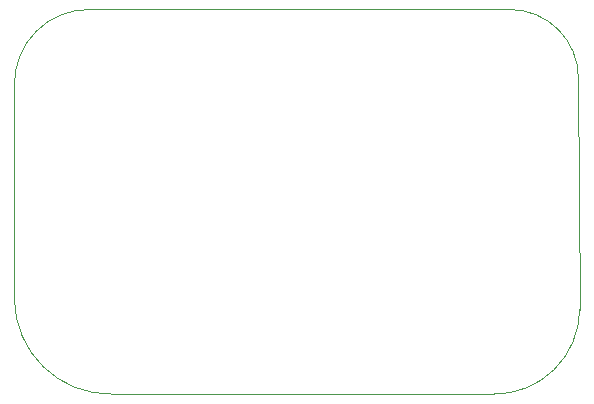
<source format=gbr>
%TF.GenerationSoftware,KiCad,Pcbnew,(5.1.7)-1*%
%TF.CreationDate,2020-12-16T00:37:40+02:00*%
%TF.ProjectId,Single_transistor_AMP,53696e67-6c65-45f7-9472-616e73697374,V1.0*%
%TF.SameCoordinates,Original*%
%TF.FileFunction,Profile,NP*%
%FSLAX46Y46*%
G04 Gerber Fmt 4.6, Leading zero omitted, Abs format (unit mm)*
G04 Created by KiCad (PCBNEW (5.1.7)-1) date 2020-12-16 00:37:40*
%MOMM*%
%LPD*%
G01*
G04 APERTURE LIST*
%TA.AperFunction,Profile*%
%ADD10C,0.050000*%
%TD*%
G04 APERTURE END LIST*
D10*
X171196000Y-93091000D02*
X171297725Y-112686694D01*
X131649162Y-119837188D02*
X164007800Y-119837200D01*
X171297724Y-112686694D02*
G75*
G02*
X164007800Y-119837200I-7213725J63093D01*
G01*
X123444000Y-93599000D02*
X123444000Y-111836200D01*
X131649162Y-119837188D02*
G75*
G02*
X123444000Y-111836200I-102563J8102587D01*
G01*
X129768600Y-87274400D02*
X165379400Y-87274400D01*
X165379400Y-87274400D02*
G75*
G02*
X171196000Y-93091000I0J-5816600D01*
G01*
X123444000Y-93599000D02*
G75*
G02*
X129768600Y-87274400I6299200J25400D01*
G01*
M02*

</source>
